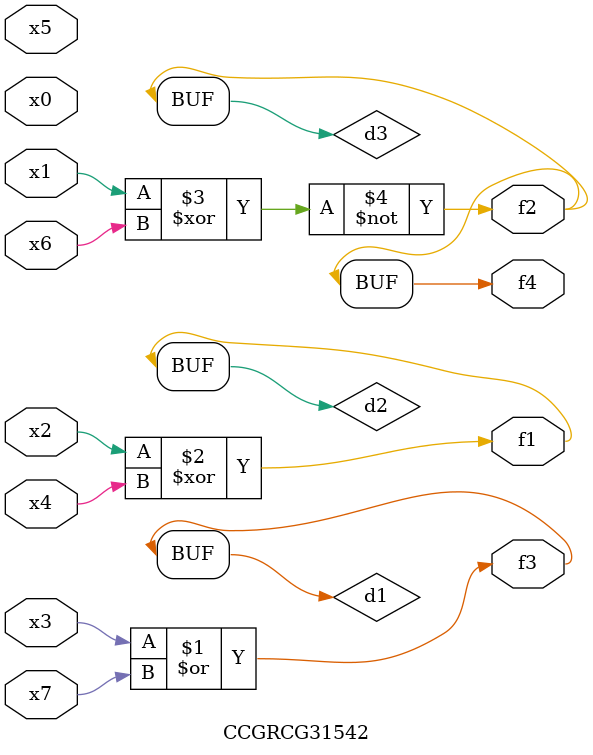
<source format=v>
module CCGRCG31542(
	input x0, x1, x2, x3, x4, x5, x6, x7,
	output f1, f2, f3, f4
);

	wire d1, d2, d3;

	or (d1, x3, x7);
	xor (d2, x2, x4);
	xnor (d3, x1, x6);
	assign f1 = d2;
	assign f2 = d3;
	assign f3 = d1;
	assign f4 = d3;
endmodule

</source>
